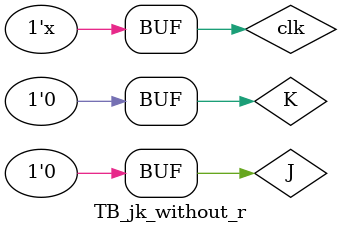
<source format=v>
module TB_jk_without_r();
    reg clk;
    reg J;
    reg K;
    wire Q;
    wire Qb;

    jk_without_r uut (.clk(clk), .J(J), .K(K), .Q(Q), .Qb(Qb));

    initial begin
        clk = 1'b0;
        J = 1'b0;
        K = 1'b0;

        #10 J = 1'b1; K = 1'b0;
        #10 J = 1'b0; K = 1'b1;
        #10 J = 1'b1; K = 1'b1;
        #10 J = 1'b0; K = 1'b0;
        #10 J = 1'b1; K = 1'b0;
        #10 J = 1'b1; K = 1'b1;
        #10 J = 1'b0; K = 1'b1;
        #10 J = 1'b0; K = 1'b0;
    end

    always #5 clk = ~clk;
endmodule


</source>
